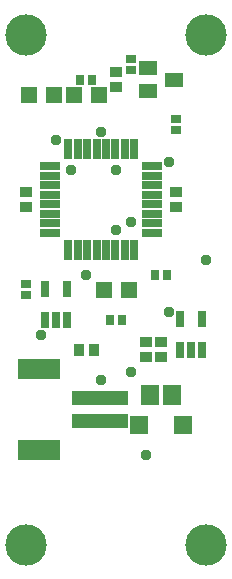
<source format=gbr>
G04 EAGLE Gerber RS-274X export*
G75*
%MOMM*%
%FSLAX34Y34*%
%LPD*%
%INSoldermask Top*%
%IPPOS*%
%AMOC8*
5,1,8,0,0,1.08239X$1,22.5*%
G01*
%ADD10C,3.505200*%
%ADD11R,1.403200X1.403200*%
%ADD12R,1.703200X0.753200*%
%ADD13R,0.753200X1.703200*%
%ADD14R,0.803200X0.903200*%
%ADD15R,0.903200X0.803200*%
%ADD16R,1.103200X0.903200*%
%ADD17R,0.753200X1.403200*%
%ADD18R,1.603200X1.603200*%
%ADD19R,0.903200X1.103200*%
%ADD20R,1.503200X1.703200*%
%ADD21R,1.603200X1.203200*%
%ADD22R,4.803200X1.203200*%
%ADD23R,3.603200X1.803200*%
%ADD24C,0.959600*%


D10*
X-215900Y-279400D03*
X-63500Y-279400D03*
X-63500Y152400D03*
X-215900Y152400D03*
D11*
X-175600Y101600D03*
X-154600Y101600D03*
X-192700Y101600D03*
X-213700Y101600D03*
D12*
X-109400Y-15300D03*
X-109400Y-7300D03*
X-109400Y700D03*
X-109400Y8700D03*
X-109400Y16700D03*
X-109400Y24700D03*
X-109400Y32700D03*
X-109400Y40700D03*
D13*
X-124400Y55700D03*
X-132400Y55700D03*
X-140400Y55700D03*
X-148400Y55700D03*
X-156400Y55700D03*
X-164400Y55700D03*
X-172400Y55700D03*
X-180400Y55700D03*
D12*
X-195400Y40700D03*
X-195400Y32700D03*
X-195400Y24700D03*
X-195400Y16700D03*
X-195400Y8700D03*
X-195400Y700D03*
X-195400Y-7300D03*
X-195400Y-15300D03*
D13*
X-180400Y-30300D03*
X-172400Y-30300D03*
X-164400Y-30300D03*
X-156400Y-30300D03*
X-148400Y-30300D03*
X-140400Y-30300D03*
X-132400Y-30300D03*
X-124400Y-30300D03*
D14*
X-96600Y-50800D03*
X-106600Y-50800D03*
X-170100Y114300D03*
X-160100Y114300D03*
D15*
X-127000Y122000D03*
X-127000Y132000D03*
D16*
X-139700Y107800D03*
X-139700Y120800D03*
D17*
X-85700Y-114601D03*
X-76200Y-114601D03*
X-66700Y-114601D03*
X-66700Y-88599D03*
X-85700Y-88599D03*
D18*
X-120100Y-177800D03*
X-83100Y-177800D03*
D17*
X-200000Y-89201D03*
X-190500Y-89201D03*
X-181000Y-89201D03*
X-181000Y-63199D03*
X-200000Y-63199D03*
D11*
X-129200Y-63500D03*
X-150200Y-63500D03*
D16*
X-215900Y19200D03*
X-215900Y6200D03*
X-101600Y-107800D03*
X-101600Y-120800D03*
X-88900Y19200D03*
X-88900Y6200D03*
X-114300Y-107800D03*
X-114300Y-120800D03*
D14*
X-144700Y-88900D03*
X-134700Y-88900D03*
D15*
X-215900Y-68500D03*
X-215900Y-58500D03*
D19*
X-158600Y-114300D03*
X-171600Y-114300D03*
D20*
X-92100Y-152400D03*
X-111100Y-152400D03*
D21*
X-90600Y114300D03*
X-112600Y104800D03*
X-112600Y123800D03*
D22*
X-153500Y-175100D03*
X-153500Y-155100D03*
D23*
X-205500Y-199100D03*
X-205500Y-131100D03*
D15*
X-88900Y71200D03*
X-88900Y81200D03*
D24*
X-190500Y63500D03*
X-177800Y38100D03*
X-165100Y-50800D03*
X-139700Y38100D03*
X-127000Y-133350D03*
X-152400Y69850D03*
X-139700Y-12700D03*
X-127000Y-6350D03*
X-63500Y-38100D03*
X-95250Y-82550D03*
X-95250Y44450D03*
X-203200Y-101600D03*
X-152400Y-139700D03*
X-114300Y-203200D03*
M02*

</source>
